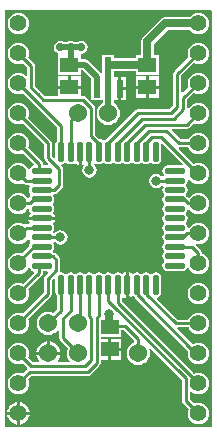
<source format=gbl>
G04*
G04 #@! TF.GenerationSoftware,Altium Limited,CircuitStudio,1.5.1 (13)*
G04*
G04 Layer_Physical_Order=2*
G04 Layer_Color=12500520*
%FSAX43Y43*%
%MOMM*%
G71*
G01*
G75*
%ADD10C,1.400*%
%ADD11C,0.800*%
%ADD12C,0.700*%
%ADD13C,1.540*%
%ADD14R,1.500X1.300*%
%ADD15O,0.550X1.750*%
%ADD16O,1.750X0.550*%
%ADD17R,0.600X1.500*%
%ADD18C,0.254*%
%ADD19C,0.500*%
%ADD20C,0.635*%
%ADD21C,0.508*%
G36*
X0044298Y0061988D02*
X0044298Y0026822D01*
X0026912Y0026822D01*
X0026822Y0026912D01*
X0026822Y0062078D01*
X0044208Y0062078D01*
X0044298Y0061988D01*
D02*
G37*
%LPC*%
G36*
X0030607Y0034036D02*
Y0033147D01*
X0031496D01*
X0031478Y0033287D01*
X0031374Y0033536D01*
X0031210Y0033750D01*
X0030996Y0033914D01*
X0030747Y0034018D01*
X0030607Y0034036D01*
D02*
G37*
G36*
X0030353D02*
X0030213Y0034018D01*
X0029964Y0033914D01*
X0029750Y0033750D01*
X0029586Y0033536D01*
X0029482Y0033287D01*
X0029464Y0033147D01*
X0030353D01*
Y0034036D01*
D02*
G37*
G36*
X0036668Y0034260D02*
X0035791D01*
Y0033483D01*
X0036668D01*
Y0034260D01*
D02*
G37*
G36*
X0043180Y0039008D02*
X0042945Y0038977D01*
X0042726Y0038886D01*
X0042538Y0038742D01*
X0042394Y0038554D01*
X0042303Y0038335D01*
X0042272Y0038100D01*
X0042303Y0037865D01*
X0042394Y0037646D01*
X0042538Y0037458D01*
X0042726Y0037314D01*
X0042945Y0037223D01*
X0043180Y0037192D01*
X0043415Y0037223D01*
X0043634Y0037314D01*
X0043822Y0037458D01*
X0043966Y0037646D01*
X0044057Y0037865D01*
X0044088Y0038100D01*
X0044057Y0038335D01*
X0043966Y0038554D01*
X0043822Y0038742D01*
X0043634Y0038886D01*
X0043415Y0038977D01*
X0043180Y0039008D01*
D02*
G37*
G36*
X0037287Y0039914D02*
Y0038800D01*
Y0037686D01*
X0037366Y0037702D01*
X0037506Y0037795D01*
X0037618Y0037858D01*
X0037775Y0037753D01*
X0037804Y0037747D01*
X0042302Y0033248D01*
X0042272Y0033020D01*
X0042303Y0032785D01*
X0042394Y0032566D01*
X0042538Y0032378D01*
X0042726Y0032234D01*
X0042945Y0032143D01*
X0043180Y0032112D01*
X0043415Y0032143D01*
X0043634Y0032234D01*
X0043822Y0032378D01*
X0043966Y0032566D01*
X0044057Y0032785D01*
X0044088Y0033020D01*
X0044057Y0033255D01*
X0043966Y0033474D01*
X0043822Y0033662D01*
X0043634Y0033806D01*
X0043415Y0033897D01*
X0043180Y0033928D01*
X0042945Y0033897D01*
X0042726Y0033806D01*
X0042704Y0033789D01*
X0041394Y0035099D01*
X0041443Y0035217D01*
X0042348D01*
X0042394Y0035106D01*
X0042538Y0034918D01*
X0042726Y0034774D01*
X0042945Y0034683D01*
X0043180Y0034652D01*
X0043415Y0034683D01*
X0043634Y0034774D01*
X0043822Y0034918D01*
X0043966Y0035106D01*
X0044057Y0035325D01*
X0044088Y0035560D01*
X0044057Y0035795D01*
X0043966Y0036014D01*
X0043822Y0036202D01*
X0043634Y0036346D01*
X0043415Y0036437D01*
X0043180Y0036468D01*
X0042945Y0036437D01*
X0042726Y0036346D01*
X0042538Y0036202D01*
X0042394Y0036014D01*
X0042340Y0035883D01*
X0041398D01*
X0039660Y0037621D01*
X0039697Y0037743D01*
X0039745Y0037753D01*
X0039902Y0037858D01*
X0040007Y0038015D01*
X0040044Y0038200D01*
Y0039400D01*
X0040007Y0039585D01*
X0039902Y0039742D01*
X0039745Y0039847D01*
X0039560Y0039884D01*
X0039375Y0039847D01*
X0039244Y0039760D01*
X0039160Y0039750D01*
X0039076Y0039760D01*
X0038945Y0039847D01*
X0038760Y0039884D01*
X0038575Y0039847D01*
X0038444Y0039760D01*
X0038360Y0039750D01*
X0038276Y0039760D01*
X0038145Y0039847D01*
X0037960Y0039884D01*
X0037775Y0039847D01*
X0037618Y0039742D01*
X0037506Y0039805D01*
X0037366Y0039898D01*
X0037287Y0039914D01*
D02*
G37*
G36*
X0028886Y0027813D02*
X0028067D01*
Y0026994D01*
X0028189Y0027011D01*
X0028421Y0027107D01*
X0028620Y0027260D01*
X0028773Y0027459D01*
X0028869Y0027691D01*
X0028886Y0027813D01*
D02*
G37*
G36*
X0027813D02*
X0026994D01*
X0027011Y0027691D01*
X0027107Y0027459D01*
X0027260Y0027260D01*
X0027459Y0027107D01*
X0027691Y0027011D01*
X0027813Y0026994D01*
Y0027813D01*
D02*
G37*
G36*
Y0028886D02*
X0027691Y0028869D01*
X0027459Y0028773D01*
X0027260Y0028620D01*
X0027107Y0028421D01*
X0027011Y0028189D01*
X0026994Y0028067D01*
X0027813D01*
Y0028886D01*
D02*
G37*
G36*
X0036668Y0033229D02*
X0035791D01*
Y0032452D01*
X0036668D01*
Y0033229D01*
D02*
G37*
G36*
X0028067Y0028886D02*
Y0028067D01*
X0028886D01*
X0028869Y0028189D01*
X0028773Y0028421D01*
X0028620Y0028620D01*
X0028421Y0028773D01*
X0028189Y0028869D01*
X0028067Y0028886D01*
D02*
G37*
G36*
X0031024Y0044323D02*
X0029910D01*
X0028796D01*
X0028812Y0044244D01*
X0028901Y0044110D01*
X0028845Y0043984D01*
X0028844Y0043983D01*
X0028635D01*
X0028507Y0043958D01*
X0028452Y0043921D01*
X0028394Y0043966D01*
X0028175Y0044057D01*
X0027940Y0044088D01*
X0027705Y0044057D01*
X0027486Y0043966D01*
X0027298Y0043822D01*
X0027154Y0043634D01*
X0027063Y0043415D01*
X0027032Y0043180D01*
X0027063Y0042945D01*
X0027154Y0042726D01*
X0027298Y0042538D01*
X0027486Y0042394D01*
X0027705Y0042303D01*
X0027940Y0042272D01*
X0028175Y0042303D01*
X0028394Y0042394D01*
X0028582Y0042538D01*
X0028722Y0042721D01*
X0028746Y0042723D01*
X0028855Y0042704D01*
X0028863Y0042665D01*
X0028950Y0042534D01*
X0028960Y0042450D01*
X0028950Y0042366D01*
X0028863Y0042235D01*
X0028835Y0042098D01*
X0028231Y0041494D01*
X0028175Y0041517D01*
X0027940Y0041548D01*
X0027705Y0041517D01*
X0027486Y0041426D01*
X0027298Y0041282D01*
X0027154Y0041094D01*
X0027063Y0040875D01*
X0027032Y0040640D01*
X0027063Y0040405D01*
X0027154Y0040186D01*
X0027298Y0039998D01*
X0027486Y0039854D01*
X0027705Y0039763D01*
X0027940Y0039732D01*
X0028175Y0039763D01*
X0028394Y0039854D01*
X0028582Y0039998D01*
X0028726Y0040186D01*
X0028744Y0040230D01*
X0028771Y0040238D01*
X0028883Y0040234D01*
X0028968Y0040108D01*
X0029125Y0040003D01*
X0029180Y0039991D01*
X0029222Y0039854D01*
X0028295Y0038927D01*
X0028175Y0038977D01*
X0027940Y0039008D01*
X0027705Y0038977D01*
X0027486Y0038886D01*
X0027298Y0038742D01*
X0027154Y0038554D01*
X0027063Y0038335D01*
X0027032Y0038100D01*
X0027063Y0037865D01*
X0027154Y0037646D01*
X0027298Y0037458D01*
X0027486Y0037314D01*
X0027705Y0037223D01*
X0027940Y0037192D01*
X0028175Y0037223D01*
X0028394Y0037314D01*
X0028582Y0037458D01*
X0028726Y0037646D01*
X0028817Y0037865D01*
X0028848Y0038100D01*
X0028817Y0038335D01*
X0028767Y0038455D01*
X0029921Y0039609D01*
X0029993Y0039717D01*
X0030018Y0039845D01*
Y0039966D01*
X0030375D01*
X0030427Y0039839D01*
X0030182Y0039594D01*
X0030110Y0039486D01*
X0030085Y0039358D01*
Y0038176D01*
X0028295Y0036387D01*
X0028175Y0036437D01*
X0027940Y0036468D01*
X0027705Y0036437D01*
X0027486Y0036346D01*
X0027298Y0036202D01*
X0027154Y0036014D01*
X0027063Y0035795D01*
X0027032Y0035560D01*
X0027063Y0035325D01*
X0027154Y0035106D01*
X0027298Y0034918D01*
X0027486Y0034774D01*
X0027705Y0034683D01*
X0027940Y0034652D01*
X0028175Y0034683D01*
X0028394Y0034774D01*
X0028582Y0034918D01*
X0028726Y0035106D01*
X0028817Y0035325D01*
X0028848Y0035560D01*
X0028817Y0035795D01*
X0028767Y0035915D01*
X0030654Y0037802D01*
X0030726Y0037910D01*
X0030751Y0038038D01*
Y0039220D01*
X0030961Y0039429D01*
X0031076Y0039365D01*
Y0038200D01*
X0031113Y0038015D01*
X0031218Y0037858D01*
X0031227Y0037852D01*
Y0036778D01*
X0030889Y0036440D01*
X0030733Y0036505D01*
X0030480Y0036538D01*
X0030227Y0036505D01*
X0029991Y0036407D01*
X0029788Y0036252D01*
X0029633Y0036049D01*
X0029535Y0035813D01*
X0029502Y0035560D01*
X0029535Y0035307D01*
X0029633Y0035071D01*
X0029788Y0034868D01*
X0029991Y0034713D01*
X0030227Y0034615D01*
X0030480Y0034582D01*
X0030733Y0034615D01*
X0030969Y0034713D01*
X0031172Y0034868D01*
X0031290Y0035022D01*
X0031417Y0034979D01*
Y0034632D01*
Y0034290D01*
X0031442Y0034162D01*
X0031514Y0034054D01*
X0032139Y0033429D01*
X0032075Y0033273D01*
X0032042Y0033020D01*
X0032075Y0032767D01*
X0032173Y0032531D01*
X0032284Y0032385D01*
X0032222Y0032258D01*
X0031346D01*
X0031284Y0032385D01*
X0031374Y0032504D01*
X0031478Y0032753D01*
X0031496Y0032893D01*
X0030480D01*
X0029464D01*
X0029482Y0032753D01*
X0029586Y0032504D01*
X0029678Y0032383D01*
X0029615Y0032256D01*
X0029175D01*
X0028767Y0032665D01*
X0028817Y0032785D01*
X0028848Y0033020D01*
X0028817Y0033255D01*
X0028726Y0033474D01*
X0028582Y0033662D01*
X0028394Y0033806D01*
X0028175Y0033897D01*
X0027940Y0033928D01*
X0027705Y0033897D01*
X0027486Y0033806D01*
X0027298Y0033662D01*
X0027154Y0033474D01*
X0027063Y0033255D01*
X0027032Y0033020D01*
X0027063Y0032785D01*
X0027154Y0032566D01*
X0027298Y0032378D01*
X0027486Y0032234D01*
X0027705Y0032143D01*
X0027940Y0032112D01*
X0028175Y0032143D01*
X0028295Y0032193D01*
X0028686Y0031803D01*
X0028674Y0031686D01*
X0028295Y0031307D01*
X0028175Y0031357D01*
X0027940Y0031388D01*
X0027705Y0031357D01*
X0027486Y0031266D01*
X0027298Y0031122D01*
X0027154Y0030934D01*
X0027063Y0030715D01*
X0027032Y0030480D01*
X0027063Y0030245D01*
X0027154Y0030026D01*
X0027298Y0029838D01*
X0027486Y0029694D01*
X0027705Y0029603D01*
X0027940Y0029572D01*
X0028175Y0029603D01*
X0028394Y0029694D01*
X0028582Y0029838D01*
X0028726Y0030026D01*
X0028817Y0030245D01*
X0028848Y0030480D01*
X0028817Y0030715D01*
X0028767Y0030835D01*
X0029048Y0031117D01*
X0033796D01*
X0033924Y0031142D01*
X0034032Y0031214D01*
X0034807Y0031989D01*
X0034879Y0032097D01*
X0034904Y0032225D01*
Y0032452D01*
X0035537D01*
Y0033356D01*
Y0034260D01*
X0034904D01*
Y0034406D01*
X0036614D01*
Y0034973D01*
X0036866D01*
X0037767Y0034072D01*
Y0033932D01*
X0037611Y0033867D01*
X0037408Y0033712D01*
X0037253Y0033509D01*
X0037155Y0033273D01*
X0037122Y0033020D01*
X0037155Y0032767D01*
X0037253Y0032531D01*
X0037408Y0032328D01*
X0037611Y0032173D01*
X0037847Y0032075D01*
X0038100Y0032042D01*
X0038353Y0032075D01*
X0038589Y0032173D01*
X0038792Y0032328D01*
X0038947Y0032531D01*
X0039045Y0032767D01*
X0039078Y0033020D01*
X0039045Y0033273D01*
X0039011Y0033356D01*
X0039118Y0033428D01*
X0041777Y0030770D01*
Y0029010D01*
X0041802Y0028882D01*
X0041874Y0028774D01*
X0042353Y0028295D01*
X0042303Y0028175D01*
X0042272Y0027940D01*
X0042303Y0027705D01*
X0042394Y0027486D01*
X0042538Y0027298D01*
X0042726Y0027154D01*
X0042945Y0027063D01*
X0043180Y0027032D01*
X0043415Y0027063D01*
X0043634Y0027154D01*
X0043822Y0027298D01*
X0043966Y0027486D01*
X0044057Y0027705D01*
X0044088Y0027940D01*
X0044057Y0028175D01*
X0043966Y0028394D01*
X0043822Y0028582D01*
X0043634Y0028726D01*
X0043415Y0028817D01*
X0043180Y0028848D01*
X0042945Y0028817D01*
X0042825Y0028767D01*
X0042443Y0029148D01*
Y0029767D01*
X0042570Y0029813D01*
X0042726Y0029694D01*
X0042945Y0029603D01*
X0043180Y0029572D01*
X0043415Y0029603D01*
X0043634Y0029694D01*
X0043822Y0029838D01*
X0043966Y0030026D01*
X0044057Y0030245D01*
X0044088Y0030480D01*
X0044057Y0030715D01*
X0043966Y0030934D01*
X0043822Y0031122D01*
X0043634Y0031266D01*
X0043415Y0031357D01*
X0043180Y0031388D01*
X0042945Y0031357D01*
X0042825Y0031307D01*
X0036693Y0037438D01*
Y0037734D01*
X0036694Y0037735D01*
X0036820Y0037791D01*
X0036954Y0037702D01*
X0037033Y0037686D01*
Y0038800D01*
Y0039914D01*
X0036954Y0039898D01*
X0036814Y0039805D01*
X0036702Y0039742D01*
X0036545Y0039847D01*
X0036360Y0039884D01*
X0036175Y0039847D01*
X0036044Y0039760D01*
X0035960Y0039750D01*
X0035876Y0039760D01*
X0035745Y0039847D01*
X0035560Y0039884D01*
X0035375Y0039847D01*
X0035244Y0039760D01*
X0035160Y0039750D01*
X0035076Y0039760D01*
X0034945Y0039847D01*
X0034760Y0039884D01*
X0034575Y0039847D01*
X0034444Y0039760D01*
X0034360Y0039750D01*
X0034276Y0039760D01*
X0034145Y0039847D01*
X0033960Y0039884D01*
X0033775Y0039847D01*
X0033644Y0039760D01*
X0033560Y0039750D01*
X0033476Y0039760D01*
X0033345Y0039847D01*
X0033160Y0039884D01*
X0032975Y0039847D01*
X0032844Y0039760D01*
X0032760Y0039750D01*
X0032676Y0039760D01*
X0032545Y0039847D01*
X0032360Y0039884D01*
X0032175Y0039847D01*
X0032044Y0039760D01*
X0031960Y0039750D01*
X0031876Y0039760D01*
X0031745Y0039847D01*
X0031560Y0039884D01*
X0031527Y0039921D01*
X0031478Y0039997D01*
X0031499Y0040106D01*
Y0040944D01*
X0031474Y0041072D01*
X0031402Y0041180D01*
X0031096Y0041486D01*
X0030988Y0041558D01*
X0030887Y0041578D01*
X0030859Y0041649D01*
X0030870Y0041734D01*
X0030957Y0041865D01*
X0030994Y0042050D01*
X0030957Y0042235D01*
X0030870Y0042366D01*
X0030868Y0042381D01*
X0030926Y0042455D01*
X0031037Y0042457D01*
X0031063Y0042417D01*
X0031262Y0042285D01*
X0031496Y0042238D01*
X0031730Y0042285D01*
X0031929Y0042417D01*
X0032061Y0042616D01*
X0032108Y0042850D01*
X0032061Y0043084D01*
X0031929Y0043283D01*
X0031730Y0043415D01*
X0031496Y0043462D01*
X0031262Y0043415D01*
X0031063Y0043283D01*
X0031014Y0043209D01*
X0030923Y0043214D01*
X0030872Y0043336D01*
X0030957Y0043465D01*
X0030994Y0043650D01*
X0030957Y0043835D01*
X0030852Y0043992D01*
X0030915Y0044104D01*
X0031008Y0044244D01*
X0031024Y0044323D01*
D02*
G37*
G36*
X0038735Y0056469D02*
X0037858D01*
Y0055692D01*
X0038735D01*
Y0056469D01*
D02*
G37*
G36*
X0033262D02*
X0032385D01*
Y0055692D01*
X0033262D01*
Y0056469D01*
D02*
G37*
G36*
X0039866D02*
X0038989D01*
Y0055692D01*
X0039866D01*
Y0056469D01*
D02*
G37*
G36*
X0043180Y0061868D02*
X0042945Y0061837D01*
X0042726Y0061746D01*
X0042538Y0061602D01*
X0042450Y0061488D01*
X0040386D01*
X0040184Y0061447D01*
X0040013Y0061333D01*
X0038489Y0059809D01*
X0038375Y0059638D01*
X0038334Y0059436D01*
Y0058315D01*
X0037912D01*
Y0057993D01*
X0036060D01*
Y0058288D01*
X0035060D01*
Y0056821D01*
X0034952Y0056782D01*
X0034933Y0056781D01*
X0033916Y0057797D01*
X0033766Y0057898D01*
X0033589Y0057933D01*
X0033589Y0057933D01*
X0033208D01*
Y0058251D01*
X0033262Y0058347D01*
X0033310Y0058374D01*
X0033489Y0058410D01*
X0033671Y0058531D01*
X0033792Y0058713D01*
X0033835Y0058928D01*
X0033792Y0059143D01*
X0033671Y0059325D01*
X0033489Y0059446D01*
X0033274Y0059489D01*
X0033059Y0059446D01*
X0032977Y0059391D01*
X0032682D01*
X0032600Y0059446D01*
X0032385Y0059489D01*
X0032170Y0059446D01*
X0032088Y0059391D01*
X0031793D01*
X0031711Y0059446D01*
X0031496Y0059489D01*
X0031281Y0059446D01*
X0031099Y0059325D01*
X0030978Y0059143D01*
X0030935Y0058928D01*
X0030978Y0058713D01*
X0031099Y0058531D01*
X0031259Y0058425D01*
X0031308Y0058315D01*
Y0058315D01*
X0031308Y0058315D01*
X0031308Y0058315D01*
Y0056615D01*
X0033208D01*
Y0057007D01*
X0033397D01*
X0034110Y0056294D01*
Y0054488D01*
X0035101D01*
Y0054200D01*
X0035071Y0054187D01*
X0034868Y0054032D01*
X0034713Y0053829D01*
X0034615Y0053593D01*
X0034582Y0053340D01*
X0034615Y0053087D01*
X0034713Y0052851D01*
X0034868Y0052648D01*
X0035071Y0052493D01*
X0035307Y0052395D01*
X0035560Y0052362D01*
X0035813Y0052395D01*
X0036049Y0052493D01*
X0036252Y0052648D01*
X0036407Y0052851D01*
X0036505Y0053087D01*
X0036538Y0053340D01*
X0036505Y0053593D01*
X0036407Y0053829D01*
X0036252Y0054032D01*
X0036049Y0054187D01*
X0036019Y0054200D01*
Y0054434D01*
X0036383D01*
Y0055438D01*
Y0056442D01*
X0036060D01*
Y0056937D01*
X0037912D01*
Y0056615D01*
X0039812D01*
Y0058315D01*
X0039390D01*
Y0059217D01*
X0040605Y0060432D01*
X0042450D01*
X0042538Y0060318D01*
X0042726Y0060174D01*
X0042945Y0060083D01*
X0043180Y0060052D01*
X0043415Y0060083D01*
X0043634Y0060174D01*
X0043822Y0060318D01*
X0043966Y0060506D01*
X0044057Y0060725D01*
X0044088Y0060960D01*
X0044057Y0061195D01*
X0043966Y0061414D01*
X0043822Y0061602D01*
X0043634Y0061746D01*
X0043415Y0061837D01*
X0043180Y0061868D01*
D02*
G37*
G36*
X0027940D02*
X0027705Y0061837D01*
X0027486Y0061746D01*
X0027298Y0061602D01*
X0027154Y0061414D01*
X0027063Y0061195D01*
X0027032Y0060960D01*
X0027063Y0060725D01*
X0027154Y0060506D01*
X0027298Y0060318D01*
X0027486Y0060174D01*
X0027705Y0060083D01*
X0027940Y0060052D01*
X0028175Y0060083D01*
X0028394Y0060174D01*
X0028582Y0060318D01*
X0028726Y0060506D01*
X0028817Y0060725D01*
X0028848Y0060960D01*
X0028817Y0061195D01*
X0028726Y0061414D01*
X0028582Y0061602D01*
X0028394Y0061746D01*
X0028175Y0061837D01*
X0027940Y0061868D01*
D02*
G37*
G36*
X0032131Y0056469D02*
X0031254D01*
Y0055692D01*
X0032131D01*
Y0056469D01*
D02*
G37*
G36*
X0037064Y0055311D02*
X0036637D01*
Y0054434D01*
X0037064D01*
Y0055311D01*
D02*
G37*
G36*
X0043180Y0059328D02*
X0042945Y0059297D01*
X0042726Y0059206D01*
X0042538Y0059062D01*
X0042394Y0058874D01*
X0042303Y0058655D01*
X0042272Y0058420D01*
X0042303Y0058185D01*
X0042338Y0058100D01*
X0041166Y0056929D01*
X0041094Y0056820D01*
X0041069Y0056693D01*
Y0054030D01*
X0040760Y0053721D01*
X0038097D01*
X0037970Y0053696D01*
X0037861Y0053624D01*
X0035388Y0051150D01*
X0035375Y0051147D01*
X0035244Y0051060D01*
X0035160Y0051050D01*
X0035076Y0051060D01*
X0034945Y0051147D01*
X0034808Y0051175D01*
X0034450Y0051532D01*
Y0053794D01*
X0034425Y0053922D01*
X0034353Y0054030D01*
X0033656Y0054727D01*
X0033548Y0054799D01*
X0033420Y0054824D01*
X0033262D01*
Y0055438D01*
X0031254D01*
Y0054824D01*
X0030182D01*
X0029836Y0055171D01*
X0029829Y0055181D01*
X0029354Y0055656D01*
Y0057339D01*
X0029329Y0057467D01*
X0029257Y0057575D01*
X0028767Y0058065D01*
X0028817Y0058185D01*
X0028848Y0058420D01*
X0028817Y0058655D01*
X0028726Y0058874D01*
X0028582Y0059062D01*
X0028394Y0059206D01*
X0028175Y0059297D01*
X0027940Y0059328D01*
X0027705Y0059297D01*
X0027486Y0059206D01*
X0027298Y0059062D01*
X0027154Y0058874D01*
X0027063Y0058655D01*
X0027032Y0058420D01*
X0027063Y0058185D01*
X0027154Y0057966D01*
X0027298Y0057778D01*
X0027486Y0057634D01*
X0027705Y0057543D01*
X0027940Y0057512D01*
X0028175Y0057543D01*
X0028295Y0057593D01*
X0028688Y0057201D01*
Y0056573D01*
X0028561Y0056538D01*
X0028394Y0056666D01*
X0028175Y0056757D01*
X0027940Y0056788D01*
X0027705Y0056757D01*
X0027486Y0056666D01*
X0027298Y0056522D01*
X0027154Y0056334D01*
X0027063Y0056115D01*
X0027032Y0055880D01*
X0027063Y0055645D01*
X0027154Y0055426D01*
X0027298Y0055238D01*
X0027486Y0055094D01*
X0027705Y0055003D01*
X0027940Y0054972D01*
X0028175Y0055003D01*
X0028295Y0055053D01*
X0031227Y0052122D01*
Y0051049D01*
X0031218Y0051042D01*
X0031113Y0050885D01*
X0031076Y0050700D01*
Y0049585D01*
X0030949Y0049533D01*
X0030813Y0049668D01*
Y0050800D01*
X0030788Y0050928D01*
X0030716Y0051036D01*
X0028767Y0052985D01*
X0028817Y0053105D01*
X0028848Y0053340D01*
X0028817Y0053575D01*
X0028726Y0053794D01*
X0028582Y0053982D01*
X0028394Y0054126D01*
X0028175Y0054217D01*
X0027940Y0054248D01*
X0027705Y0054217D01*
X0027486Y0054126D01*
X0027298Y0053982D01*
X0027154Y0053794D01*
X0027063Y0053575D01*
X0027032Y0053340D01*
X0027063Y0053105D01*
X0027154Y0052886D01*
X0027298Y0052698D01*
X0027486Y0052554D01*
X0027705Y0052463D01*
X0027940Y0052432D01*
X0028175Y0052463D01*
X0028295Y0052513D01*
X0030147Y0050662D01*
Y0049530D01*
X0030172Y0049402D01*
X0030244Y0049294D01*
X0030477Y0049061D01*
X0030425Y0048934D01*
X0030043D01*
Y0049030D01*
X0030018Y0049158D01*
X0029946Y0049266D01*
X0028767Y0050445D01*
X0028817Y0050565D01*
X0028848Y0050800D01*
X0028817Y0051035D01*
X0028726Y0051254D01*
X0028582Y0051442D01*
X0028394Y0051586D01*
X0028175Y0051677D01*
X0027940Y0051708D01*
X0027705Y0051677D01*
X0027486Y0051586D01*
X0027298Y0051442D01*
X0027154Y0051254D01*
X0027063Y0051035D01*
X0027032Y0050800D01*
X0027063Y0050565D01*
X0027154Y0050346D01*
X0027298Y0050158D01*
X0027486Y0050014D01*
X0027705Y0049923D01*
X0027940Y0049892D01*
X0028175Y0049923D01*
X0028295Y0049973D01*
X0029222Y0049046D01*
X0029180Y0048909D01*
X0029125Y0048897D01*
X0028968Y0048792D01*
X0028883Y0048666D01*
X0028771Y0048662D01*
X0028744Y0048670D01*
X0028726Y0048714D01*
X0028582Y0048902D01*
X0028394Y0049046D01*
X0028175Y0049137D01*
X0027940Y0049168D01*
X0027705Y0049137D01*
X0027486Y0049046D01*
X0027298Y0048902D01*
X0027154Y0048714D01*
X0027063Y0048495D01*
X0027032Y0048260D01*
X0027063Y0048025D01*
X0027154Y0047806D01*
X0027298Y0047618D01*
X0027486Y0047474D01*
X0027705Y0047383D01*
X0027940Y0047352D01*
X0028175Y0047383D01*
X0028295Y0047433D01*
X0028314Y0047414D01*
X0028422Y0047342D01*
X0028550Y0047317D01*
X0028875D01*
X0028955Y0047202D01*
X0028950Y0047166D01*
X0028863Y0047035D01*
X0028826Y0046850D01*
X0028863Y0046665D01*
X0028950Y0046534D01*
X0028960Y0046450D01*
X0028950Y0046366D01*
X0028863Y0046235D01*
X0028855Y0046196D01*
X0028746Y0046177D01*
X0028726Y0046179D01*
X0028718Y0046184D01*
X0028582Y0046362D01*
X0028394Y0046506D01*
X0028175Y0046597D01*
X0027940Y0046628D01*
X0027705Y0046597D01*
X0027486Y0046506D01*
X0027298Y0046362D01*
X0027154Y0046174D01*
X0027063Y0045955D01*
X0027032Y0045720D01*
X0027063Y0045485D01*
X0027154Y0045266D01*
X0027298Y0045078D01*
X0027486Y0044934D01*
X0027705Y0044843D01*
X0027940Y0044812D01*
X0028175Y0044843D01*
X0028394Y0044934D01*
X0028582Y0045078D01*
X0028703Y0045236D01*
X0028822Y0045214D01*
X0028834Y0045208D01*
X0028863Y0045065D01*
X0028968Y0044908D01*
X0028905Y0044796D01*
X0028812Y0044656D01*
X0028796Y0044577D01*
X0029910D01*
X0031024D01*
X0031008Y0044656D01*
X0030915Y0044796D01*
X0030852Y0044908D01*
X0030957Y0045065D01*
X0030994Y0045250D01*
X0030957Y0045435D01*
X0030870Y0045566D01*
X0030860Y0045650D01*
X0030870Y0045734D01*
X0030957Y0045865D01*
X0030994Y0046050D01*
X0030957Y0046235D01*
X0030870Y0046366D01*
X0030865Y0046402D01*
X0030945Y0046517D01*
X0030975D01*
X0031103Y0046542D01*
X0031211Y0046614D01*
X0031605Y0047008D01*
X0031677Y0047116D01*
X0031702Y0047244D01*
Y0048641D01*
X0031677Y0048769D01*
X0031605Y0048877D01*
X0031589Y0048892D01*
X0031631Y0049030D01*
X0031745Y0049053D01*
X0031876Y0049140D01*
X0031960Y0049150D01*
X0032044Y0049140D01*
X0032175Y0049053D01*
X0032360Y0049016D01*
X0032545Y0049053D01*
X0032702Y0049158D01*
X0032814Y0049095D01*
X0032954Y0049002D01*
X0033033Y0048986D01*
Y0050100D01*
X0033287D01*
Y0048986D01*
X0033366Y0049002D01*
X0033390Y0049017D01*
X0033526Y0048956D01*
X0033527Y0048948D01*
X0033524Y0048941D01*
X0033395Y0048748D01*
X0033348Y0048514D01*
X0033395Y0048280D01*
X0033527Y0048081D01*
X0033726Y0047949D01*
X0033960Y0047902D01*
X0034194Y0047949D01*
X0034393Y0048081D01*
X0034525Y0048280D01*
X0034572Y0048514D01*
X0034525Y0048748D01*
X0034393Y0048947D01*
X0034353Y0048973D01*
X0034355Y0049084D01*
X0034429Y0049142D01*
X0034444Y0049140D01*
X0034575Y0049053D01*
X0034760Y0049016D01*
X0034945Y0049053D01*
X0035076Y0049140D01*
X0035160Y0049150D01*
X0035244Y0049140D01*
X0035375Y0049053D01*
X0035560Y0049016D01*
X0035745Y0049053D01*
X0035876Y0049140D01*
X0035960Y0049150D01*
X0036044Y0049140D01*
X0036175Y0049053D01*
X0036360Y0049016D01*
X0036545Y0049053D01*
X0036676Y0049140D01*
X0036760Y0049150D01*
X0036844Y0049140D01*
X0036975Y0049053D01*
X0037160Y0049016D01*
X0037345Y0049053D01*
X0037476Y0049140D01*
X0037560Y0049150D01*
X0037644Y0049140D01*
X0037775Y0049053D01*
X0037960Y0049016D01*
X0038145Y0049053D01*
X0038276Y0049140D01*
X0038360Y0049150D01*
X0038444Y0049140D01*
X0038575Y0049053D01*
X0038760Y0049016D01*
X0038945Y0049053D01*
X0039076Y0049140D01*
X0039160Y0049150D01*
X0039244Y0049140D01*
X0039375Y0049053D01*
X0039560Y0049016D01*
X0039745Y0049053D01*
X0039902Y0049158D01*
X0040007Y0049315D01*
X0040044Y0049500D01*
Y0050694D01*
X0040058Y0050706D01*
X0040163Y0050755D01*
X0041865Y0049053D01*
X0041816Y0048948D01*
X0041804Y0048934D01*
X0040610D01*
X0040425Y0048897D01*
X0040268Y0048792D01*
X0040163Y0048635D01*
X0040126Y0048450D01*
X0040163Y0048265D01*
X0040250Y0048134D01*
X0040255Y0048098D01*
X0040215Y0048040D01*
X0040068Y0048041D01*
X0040057Y0048058D01*
X0039858Y0048190D01*
X0039624Y0048237D01*
X0039390Y0048190D01*
X0039191Y0048058D01*
X0039059Y0047859D01*
X0039012Y0047625D01*
X0039059Y0047391D01*
X0039191Y0047192D01*
X0039390Y0047060D01*
X0039624Y0047013D01*
X0039858Y0047060D01*
X0040057Y0047192D01*
X0040098Y0047254D01*
X0040167Y0047251D01*
X0040196Y0047221D01*
X0040231Y0047138D01*
X0040163Y0047035D01*
X0040126Y0046850D01*
X0040163Y0046665D01*
X0040250Y0046534D01*
X0040260Y0046450D01*
X0040250Y0046366D01*
X0040163Y0046235D01*
X0040126Y0046050D01*
X0040163Y0045865D01*
X0040250Y0045734D01*
X0040260Y0045650D01*
X0040250Y0045566D01*
X0040163Y0045435D01*
X0040126Y0045250D01*
X0040163Y0045065D01*
X0040250Y0044934D01*
X0040260Y0044850D01*
X0040250Y0044766D01*
X0040163Y0044635D01*
X0040126Y0044450D01*
X0040163Y0044265D01*
X0040250Y0044134D01*
X0040260Y0044050D01*
X0040250Y0043966D01*
X0040163Y0043835D01*
X0040126Y0043650D01*
X0040163Y0043465D01*
X0040250Y0043334D01*
X0040260Y0043250D01*
X0040250Y0043166D01*
X0040163Y0043035D01*
X0040126Y0042850D01*
X0040163Y0042665D01*
X0040250Y0042534D01*
X0040260Y0042450D01*
X0040250Y0042366D01*
X0040163Y0042235D01*
X0040126Y0042050D01*
X0040163Y0041865D01*
X0040250Y0041734D01*
X0040260Y0041650D01*
X0040250Y0041566D01*
X0040163Y0041435D01*
X0040126Y0041250D01*
X0040163Y0041065D01*
X0040250Y0040934D01*
X0040260Y0040850D01*
X0040250Y0040766D01*
X0040163Y0040635D01*
X0040126Y0040450D01*
X0040163Y0040265D01*
X0040268Y0040108D01*
X0040425Y0040003D01*
X0040610Y0039966D01*
X0041810D01*
X0041995Y0040003D01*
X0042152Y0040108D01*
X0042237Y0040234D01*
X0042349Y0040238D01*
X0042376Y0040230D01*
X0042394Y0040186D01*
X0042538Y0039998D01*
X0042726Y0039854D01*
X0042945Y0039763D01*
X0043180Y0039732D01*
X0043415Y0039763D01*
X0043634Y0039854D01*
X0043822Y0039998D01*
X0043966Y0040186D01*
X0044057Y0040405D01*
X0044088Y0040640D01*
X0044057Y0040875D01*
X0043966Y0041094D01*
X0043822Y0041282D01*
X0043634Y0041426D01*
X0043513Y0041476D01*
Y0041480D01*
X0043488Y0041608D01*
X0043416Y0041716D01*
X0042958Y0042173D01*
X0043017Y0042294D01*
X0043180Y0042272D01*
X0043415Y0042303D01*
X0043634Y0042394D01*
X0043822Y0042538D01*
X0043966Y0042726D01*
X0044057Y0042945D01*
X0044088Y0043180D01*
X0044057Y0043415D01*
X0043966Y0043634D01*
X0043822Y0043822D01*
X0043634Y0043966D01*
X0043415Y0044057D01*
X0043180Y0044088D01*
X0042945Y0044057D01*
X0042726Y0043966D01*
X0042538Y0043822D01*
X0042417Y0043664D01*
X0042298Y0043686D01*
X0042286Y0043692D01*
X0042257Y0043835D01*
X0042170Y0043966D01*
X0042160Y0044050D01*
X0042170Y0044134D01*
X0042257Y0044265D01*
X0042294Y0044450D01*
X0042257Y0044635D01*
X0042170Y0044766D01*
X0042160Y0044850D01*
X0042170Y0044934D01*
X0042257Y0045065D01*
X0042286Y0045208D01*
X0042298Y0045214D01*
X0042417Y0045236D01*
X0042538Y0045078D01*
X0042726Y0044934D01*
X0042945Y0044843D01*
X0043180Y0044812D01*
X0043415Y0044843D01*
X0043634Y0044934D01*
X0043822Y0045078D01*
X0043966Y0045266D01*
X0044057Y0045485D01*
X0044088Y0045720D01*
X0044057Y0045955D01*
X0043966Y0046174D01*
X0043822Y0046362D01*
X0043634Y0046506D01*
X0043415Y0046597D01*
X0043180Y0046628D01*
X0042945Y0046597D01*
X0042726Y0046506D01*
X0042538Y0046362D01*
X0042424Y0046213D01*
X0042387Y0046205D01*
X0042257Y0046235D01*
X0042170Y0046366D01*
X0042160Y0046450D01*
X0042170Y0046534D01*
X0042257Y0046665D01*
X0042294Y0046850D01*
X0042257Y0047035D01*
X0042170Y0047166D01*
X0042160Y0047250D01*
X0042170Y0047334D01*
X0042257Y0047465D01*
X0042294Y0047650D01*
X0042270Y0047774D01*
X0042288Y0047780D01*
X0042296Y0047782D01*
X0042413Y0047781D01*
X0042538Y0047618D01*
X0042726Y0047474D01*
X0042945Y0047383D01*
X0043180Y0047352D01*
X0043415Y0047383D01*
X0043634Y0047474D01*
X0043822Y0047618D01*
X0043966Y0047806D01*
X0044057Y0048025D01*
X0044088Y0048260D01*
X0044057Y0048495D01*
X0043966Y0048714D01*
X0043822Y0048902D01*
X0043634Y0049046D01*
X0043415Y0049137D01*
X0043180Y0049168D01*
X0042945Y0049137D01*
X0042789Y0049072D01*
X0041516Y0050344D01*
X0041517Y0050347D01*
X0041574Y0050467D01*
X0042344D01*
X0042394Y0050346D01*
X0042538Y0050158D01*
X0042726Y0050014D01*
X0042945Y0049923D01*
X0043180Y0049892D01*
X0043415Y0049923D01*
X0043634Y0050014D01*
X0043822Y0050158D01*
X0043966Y0050346D01*
X0044057Y0050565D01*
X0044088Y0050800D01*
X0044057Y0051035D01*
X0043966Y0051254D01*
X0043822Y0051442D01*
X0043634Y0051586D01*
X0043415Y0051677D01*
X0043180Y0051708D01*
X0042945Y0051677D01*
X0042726Y0051586D01*
X0042538Y0051442D01*
X0042394Y0051254D01*
X0042344Y0051133D01*
X0041667D01*
X0040879Y0051921D01*
X0040928Y0052039D01*
X0042212D01*
X0042340Y0052064D01*
X0042448Y0052136D01*
X0042825Y0052513D01*
X0042945Y0052463D01*
X0043180Y0052432D01*
X0043415Y0052463D01*
X0043634Y0052554D01*
X0043822Y0052698D01*
X0043966Y0052886D01*
X0044057Y0053105D01*
X0044088Y0053340D01*
X0044057Y0053575D01*
X0043966Y0053794D01*
X0043822Y0053982D01*
X0043634Y0054126D01*
X0043415Y0054217D01*
X0043180Y0054248D01*
X0042945Y0054217D01*
X0042726Y0054126D01*
X0042538Y0053982D01*
X0042394Y0053794D01*
X0042370Y0053737D01*
X0042243Y0053763D01*
Y0054523D01*
X0042789Y0055068D01*
X0042945Y0055003D01*
X0043180Y0054972D01*
X0043415Y0055003D01*
X0043634Y0055094D01*
X0043822Y0055238D01*
X0043966Y0055426D01*
X0044057Y0055645D01*
X0044088Y0055880D01*
X0044057Y0056115D01*
X0043966Y0056334D01*
X0043822Y0056522D01*
X0043634Y0056666D01*
X0043415Y0056757D01*
X0043180Y0056788D01*
X0042945Y0056757D01*
X0042726Y0056666D01*
X0042538Y0056522D01*
X0042394Y0056334D01*
X0042303Y0056115D01*
X0042272Y0055880D01*
X0042303Y0055645D01*
X0042338Y0055561D01*
X0041853Y0055075D01*
X0041735Y0055124D01*
Y0056555D01*
X0042789Y0057608D01*
X0042945Y0057543D01*
X0043180Y0057512D01*
X0043415Y0057543D01*
X0043634Y0057634D01*
X0043822Y0057778D01*
X0043966Y0057966D01*
X0044057Y0058185D01*
X0044088Y0058420D01*
X0044057Y0058655D01*
X0043966Y0058874D01*
X0043822Y0059062D01*
X0043634Y0059206D01*
X0043415Y0059297D01*
X0043180Y0059328D01*
D02*
G37*
G36*
X0038735Y0055438D02*
X0037858D01*
Y0054661D01*
X0038735D01*
Y0055438D01*
D02*
G37*
G36*
X0037064Y0056442D02*
X0036637D01*
Y0055565D01*
X0037064D01*
Y0056442D01*
D02*
G37*
G36*
X0039866Y0055438D02*
X0038989D01*
Y0054661D01*
X0039866D01*
Y0055438D01*
D02*
G37*
%LPD*%
D10*
X0043180Y0060960D02*
D03*
Y0058420D02*
D03*
Y0055880D02*
D03*
Y0053340D02*
D03*
Y0050800D02*
D03*
Y0048260D02*
D03*
Y0045720D02*
D03*
Y0027940D02*
D03*
Y0030480D02*
D03*
Y0033020D02*
D03*
Y0035560D02*
D03*
Y0038100D02*
D03*
Y0040640D02*
D03*
Y0043180D02*
D03*
X0027940Y0027940D02*
D03*
Y0030480D02*
D03*
Y0033020D02*
D03*
Y0035560D02*
D03*
Y0038100D02*
D03*
Y0040640D02*
D03*
Y0043180D02*
D03*
Y0060960D02*
D03*
Y0058420D02*
D03*
Y0055880D02*
D03*
Y0053340D02*
D03*
Y0050800D02*
D03*
Y0048260D02*
D03*
Y0045720D02*
D03*
D11*
X0033960Y0048514D02*
D03*
X0031496Y0042850D02*
D03*
X0039624Y0047625D02*
D03*
X0035610Y0036325D02*
D03*
D12*
X0032385Y0058928D02*
D03*
X0033274D02*
D03*
X0031496D02*
D03*
X0031369Y0027940D02*
D03*
X0030099Y0060960D02*
D03*
X0033909D02*
D03*
X0037719D02*
D03*
X0035560Y0027940D02*
D03*
X0039624D02*
D03*
X0041529Y0059690D02*
D03*
X0041044Y0049310D02*
D03*
X0041394Y0039110D02*
D03*
X0037044Y0033860D02*
D03*
X0028394Y0044435D02*
D03*
X0040969Y0033885D02*
D03*
D13*
X0035560Y0053340D02*
D03*
X0030480Y0033020D02*
D03*
X0033020D02*
D03*
X0030480Y0035560D02*
D03*
X0033020Y0053340D02*
D03*
Y0035560D02*
D03*
X0038100Y0033020D02*
D03*
D14*
X0035664Y0035256D02*
D03*
Y0033356D02*
D03*
X0032258Y0057465D02*
D03*
Y0055565D02*
D03*
X0038862Y0057465D02*
D03*
Y0055565D02*
D03*
D15*
X0039560Y0038800D02*
D03*
X0038760D02*
D03*
X0037960D02*
D03*
X0037160D02*
D03*
X0036360D02*
D03*
X0035560D02*
D03*
X0034760D02*
D03*
X0033960D02*
D03*
X0033160D02*
D03*
X0032360D02*
D03*
X0031560D02*
D03*
Y0050100D02*
D03*
X0032360D02*
D03*
X0033160D02*
D03*
X0033960D02*
D03*
X0034760D02*
D03*
X0035560D02*
D03*
X0036360D02*
D03*
X0037160D02*
D03*
X0037960D02*
D03*
X0038760D02*
D03*
X0039560D02*
D03*
D16*
X0029910Y0040450D02*
D03*
Y0041250D02*
D03*
Y0042050D02*
D03*
Y0042850D02*
D03*
Y0043650D02*
D03*
Y0044450D02*
D03*
Y0045250D02*
D03*
Y0046050D02*
D03*
Y0046850D02*
D03*
Y0047650D02*
D03*
Y0048450D02*
D03*
X0041210D02*
D03*
Y0047650D02*
D03*
Y0046850D02*
D03*
Y0046050D02*
D03*
Y0045250D02*
D03*
Y0044450D02*
D03*
Y0043650D02*
D03*
Y0042850D02*
D03*
Y0042050D02*
D03*
Y0041250D02*
D03*
Y0040450D02*
D03*
D17*
X0035560Y0057338D02*
D03*
X0034610Y0055438D02*
D03*
X0036510D02*
D03*
D18*
X0038100Y0033020D02*
Y0034210D01*
X0037004Y0035306D02*
X0038100Y0034210D01*
X0035814Y0035306D02*
X0037004D01*
X0033960Y0048514D02*
Y0050100D01*
X0029910Y0042850D02*
X0031496D01*
X0039420Y0047625D02*
X0039624D01*
X0039395Y0047650D02*
X0039420Y0047625D01*
X0039395Y0047650D02*
X0041210D01*
X0042977Y0048412D02*
X0043180D01*
X0043028Y0050800D02*
X0043180Y0050952D01*
X0041529Y0050800D02*
X0043028D01*
X0031750Y0034290D02*
Y0034632D01*
Y0034290D02*
X0033020Y0033020D01*
Y0035560D02*
X0033160Y0035700D01*
Y0038800D01*
X0030480Y0049530D02*
Y0050800D01*
Y0049530D02*
X0031369Y0048641D01*
Y0047244D02*
Y0048641D01*
X0030975Y0046850D02*
X0031369Y0047244D01*
X0029910Y0046850D02*
X0030975D01*
X0043028Y0030632D02*
X0043282D01*
X0043028Y0028092D02*
X0043282D01*
X0027940Y0053340D02*
X0030480Y0050800D01*
X0027940Y0048260D02*
X0028550Y0047650D01*
X0029910D01*
X0032360Y0050100D02*
Y0052680D01*
X0033020Y0053340D01*
X0038760Y0050100D02*
Y0050850D01*
X0037960Y0050100D02*
Y0050838D01*
X0037160Y0050100D02*
Y0050851D01*
X0038681Y0052372D01*
X0034760Y0036233D02*
Y0038800D01*
X0038760Y0038050D02*
Y0038800D01*
X0037960Y0038062D02*
Y0038800D01*
Y0038062D02*
X0042850Y0033172D01*
X0043282D01*
X0037160Y0037872D02*
Y0038800D01*
Y0037872D02*
X0037960Y0037071D01*
X0027940Y0058420D02*
X0029021Y0057339D01*
X0035687Y0057465D02*
X0035875D01*
X0031750Y0034290D02*
Y0036040D01*
X0032360Y0036650D01*
Y0038800D01*
X0030480Y0035560D02*
X0031560Y0036640D01*
Y0038800D01*
X0038760Y0038050D02*
X0041260Y0035550D01*
X0043119D01*
X0043282Y0035712D01*
X0041210Y0042050D02*
X0042610D01*
X0043180Y0041480D01*
Y0040640D02*
Y0041480D01*
X0038760Y0050850D02*
X0039266Y0051356D01*
X0040033D01*
X0042977Y0048412D01*
X0037960Y0050838D02*
X0038986Y0051864D01*
X0040465D01*
X0041529Y0050800D01*
X0041402Y0056693D02*
X0043282Y0058572D01*
X0035560Y0050100D02*
Y0050851D01*
X0036360Y0050100D02*
Y0050838D01*
X0035560Y0050851D02*
X0038097Y0053388D01*
X0036360Y0050838D02*
X0038402Y0052880D01*
X0042212Y0052372D02*
X0043180Y0053340D01*
X0038681Y0052372D02*
X0042212D01*
X0041910Y0054661D02*
X0043282Y0056032D01*
X0038097Y0053388D02*
X0040898D01*
X0041402Y0053892D01*
Y0056693D01*
X0038402Y0052880D02*
X0041108D01*
X0041910Y0053682D01*
Y0054661D01*
X0041210Y0046050D02*
X0041935D01*
X0042265Y0045720D01*
X0043129D01*
X0027940D02*
X0028905D01*
X0029235Y0046050D01*
X0029910D01*
X0027940Y0055880D02*
X0031560Y0052260D01*
Y0050100D02*
Y0052260D01*
X0029593Y0054942D02*
X0030044Y0054491D01*
X0029593Y0054942D02*
Y0054945D01*
X0029021Y0055517D02*
Y0057339D01*
Y0055517D02*
X0029593Y0054945D01*
X0033960Y0036171D02*
Y0038800D01*
X0034571Y0036044D02*
X0034760Y0036233D01*
X0033960Y0036171D02*
X0034117Y0036014D01*
X0034571Y0032225D02*
Y0036044D01*
X0034117Y0032489D02*
Y0036014D01*
X0032564Y0031925D02*
X0032566Y0031923D01*
X0030934D02*
X0030936Y0031925D01*
X0032564D01*
X0029037Y0031923D02*
X0030934D01*
X0032566D02*
X0033551D01*
X0027940Y0033020D02*
X0029037Y0031923D01*
X0033551D02*
X0034117Y0032489D01*
X0041210Y0042850D02*
X0041885D01*
X0042215Y0043180D01*
X0043180D01*
X0027940Y0038100D02*
X0029685Y0039845D01*
Y0040250D01*
X0029910Y0040475D01*
Y0041250D02*
X0030860D01*
X0031166Y0040944D01*
Y0040106D02*
Y0040944D01*
X0029710Y0048650D02*
X0029910Y0048450D01*
X0029710Y0048650D02*
Y0049030D01*
X0027940Y0050800D02*
X0029710Y0049030D01*
X0027940Y0043180D02*
X0028165D01*
X0028635Y0043650D01*
X0029910D01*
X0029350Y0042050D02*
X0029910D01*
X0027940Y0040640D02*
Y0040731D01*
X0029259Y0042050D01*
X0029350D01*
X0030418Y0039358D02*
X0031166Y0040106D01*
X0027940Y0035560D02*
X0030418Y0038038D01*
Y0039358D01*
X0027940Y0030480D02*
X0028910Y0031450D01*
X0033796D01*
X0034571Y0032225D01*
X0036360Y0037300D02*
X0043028Y0030632D01*
X0036360Y0037300D02*
Y0038800D01*
X0035560Y0037458D02*
Y0038800D01*
X0042110Y0029010D02*
X0043028Y0028092D01*
X0042110Y0029010D02*
Y0030908D01*
X0035560Y0037458D02*
X0042110Y0030908D01*
X0033420Y0054491D02*
X0034117Y0053794D01*
X0030044Y0054491D02*
X0033420D01*
X0034117Y0051393D02*
Y0053794D01*
Y0051393D02*
X0034208Y0051302D01*
X0034209D01*
X0034760Y0050751D01*
Y0050100D02*
Y0050751D01*
D19*
X0035560Y0053340D02*
Y0057338D01*
D20*
X0040386Y0060960D02*
X0043180D01*
X0038862Y0059436D02*
X0040386Y0060960D01*
X0038862Y0057465D02*
Y0059436D01*
X0035875Y0057465D02*
X0038862D01*
X0035596Y0035524D02*
X0035610Y0035538D01*
Y0036325D01*
D21*
X0034610Y0055438D02*
Y0056449D01*
X0031496Y0058928D02*
X0032385D01*
X0033274D01*
X0033589Y0057470D02*
X0034610Y0056449D01*
X0032385Y0057470D02*
X0033589D01*
X0032385D02*
Y0058928D01*
M02*

</source>
